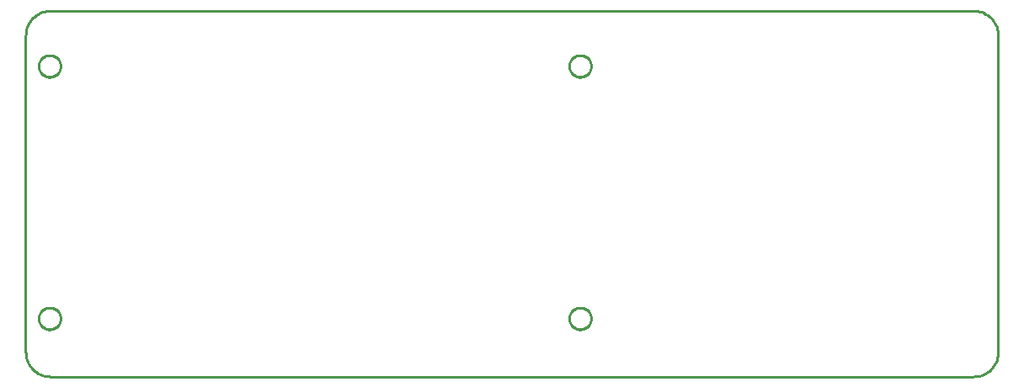
<source format=gbr>
G04 EAGLE Gerber RS-274X export*
G75*
%MOMM*%
%FSLAX34Y34*%
%LPD*%
%IN*%
%IPPOS*%
%AMOC8*
5,1,8,0,0,1.08239X$1,22.5*%
G01*
%ADD10C,0.254000*%


D10*
X0Y25400D02*
X97Y23186D01*
X386Y20989D01*
X865Y18826D01*
X1532Y16713D01*
X2380Y14666D01*
X3403Y12700D01*
X4594Y10831D01*
X5942Y9073D01*
X7440Y7440D01*
X9073Y5942D01*
X10831Y4594D01*
X12700Y3403D01*
X14666Y2380D01*
X16713Y1532D01*
X18826Y865D01*
X20989Y386D01*
X23186Y97D01*
X25400Y0D01*
X952500Y0D01*
X954714Y97D01*
X956911Y386D01*
X959074Y865D01*
X961187Y1532D01*
X963235Y2380D01*
X965200Y3403D01*
X967069Y4594D01*
X968827Y5942D01*
X970461Y7440D01*
X971958Y9073D01*
X973306Y10831D01*
X974497Y12700D01*
X975520Y14666D01*
X976368Y16713D01*
X977035Y18826D01*
X977514Y20989D01*
X977803Y23186D01*
X977900Y25400D01*
X977900Y342900D01*
X977803Y345114D01*
X977514Y347311D01*
X977035Y349474D01*
X976368Y351587D01*
X975520Y353635D01*
X974497Y355600D01*
X973306Y357469D01*
X971958Y359227D01*
X970461Y360861D01*
X968827Y362358D01*
X967069Y363706D01*
X965200Y364897D01*
X963235Y365920D01*
X961187Y366768D01*
X959074Y367435D01*
X956911Y367914D01*
X954714Y368203D01*
X952500Y368300D01*
X25400Y368300D01*
X23186Y368203D01*
X20989Y367914D01*
X18826Y367435D01*
X16713Y366768D01*
X14666Y365920D01*
X12700Y364897D01*
X10831Y363706D01*
X9073Y362358D01*
X7440Y360861D01*
X5942Y359227D01*
X4594Y357469D01*
X3403Y355600D01*
X2380Y353635D01*
X1532Y351587D01*
X865Y349474D01*
X386Y347311D01*
X97Y345114D01*
X0Y342900D01*
X0Y25400D01*
X35130Y311988D02*
X35062Y311126D01*
X34927Y310272D01*
X34725Y309432D01*
X34458Y308610D01*
X34127Y307811D01*
X33735Y307041D01*
X33283Y306304D01*
X32775Y305605D01*
X32214Y304947D01*
X31603Y304336D01*
X30945Y303775D01*
X30246Y303267D01*
X29509Y302815D01*
X28739Y302423D01*
X27940Y302092D01*
X27118Y301825D01*
X26278Y301623D01*
X25424Y301488D01*
X24562Y301420D01*
X23698Y301420D01*
X22836Y301488D01*
X21982Y301623D01*
X21142Y301825D01*
X20320Y302092D01*
X19521Y302423D01*
X18751Y302815D01*
X18014Y303267D01*
X17315Y303775D01*
X16657Y304336D01*
X16046Y304947D01*
X15485Y305605D01*
X14977Y306304D01*
X14525Y307041D01*
X14133Y307811D01*
X13802Y308610D01*
X13535Y309432D01*
X13333Y310272D01*
X13198Y311126D01*
X13130Y311988D01*
X13130Y312852D01*
X13198Y313714D01*
X13333Y314568D01*
X13535Y315408D01*
X13802Y316230D01*
X14133Y317029D01*
X14525Y317799D01*
X14977Y318536D01*
X15485Y319235D01*
X16046Y319893D01*
X16657Y320504D01*
X17315Y321065D01*
X18014Y321573D01*
X18751Y322025D01*
X19521Y322417D01*
X20320Y322748D01*
X21142Y323015D01*
X21982Y323217D01*
X22836Y323352D01*
X23698Y323420D01*
X24562Y323420D01*
X25424Y323352D01*
X26278Y323217D01*
X27118Y323015D01*
X27940Y322748D01*
X28739Y322417D01*
X29509Y322025D01*
X30246Y321573D01*
X30945Y321065D01*
X31603Y320504D01*
X32214Y319893D01*
X32775Y319235D01*
X33283Y318536D01*
X33735Y317799D01*
X34127Y317029D01*
X34458Y316230D01*
X34725Y315408D01*
X34927Y314568D01*
X35062Y313714D01*
X35130Y312852D01*
X35130Y311988D01*
X35130Y57988D02*
X35062Y57126D01*
X34927Y56272D01*
X34725Y55432D01*
X34458Y54610D01*
X34127Y53811D01*
X33735Y53041D01*
X33283Y52304D01*
X32775Y51605D01*
X32214Y50947D01*
X31603Y50336D01*
X30945Y49775D01*
X30246Y49267D01*
X29509Y48815D01*
X28739Y48423D01*
X27940Y48092D01*
X27118Y47825D01*
X26278Y47623D01*
X25424Y47488D01*
X24562Y47420D01*
X23698Y47420D01*
X22836Y47488D01*
X21982Y47623D01*
X21142Y47825D01*
X20320Y48092D01*
X19521Y48423D01*
X18751Y48815D01*
X18014Y49267D01*
X17315Y49775D01*
X16657Y50336D01*
X16046Y50947D01*
X15485Y51605D01*
X14977Y52304D01*
X14525Y53041D01*
X14133Y53811D01*
X13802Y54610D01*
X13535Y55432D01*
X13333Y56272D01*
X13198Y57126D01*
X13130Y57988D01*
X13130Y58852D01*
X13198Y59714D01*
X13333Y60568D01*
X13535Y61408D01*
X13802Y62230D01*
X14133Y63029D01*
X14525Y63799D01*
X14977Y64536D01*
X15485Y65235D01*
X16046Y65893D01*
X16657Y66504D01*
X17315Y67065D01*
X18014Y67573D01*
X18751Y68025D01*
X19521Y68417D01*
X20320Y68748D01*
X21142Y69015D01*
X21982Y69217D01*
X22836Y69352D01*
X23698Y69420D01*
X24562Y69420D01*
X25424Y69352D01*
X26278Y69217D01*
X27118Y69015D01*
X27940Y68748D01*
X28739Y68417D01*
X29509Y68025D01*
X30246Y67573D01*
X30945Y67065D01*
X31603Y66504D01*
X32214Y65893D01*
X32775Y65235D01*
X33283Y64536D01*
X33735Y63799D01*
X34127Y63029D01*
X34458Y62230D01*
X34725Y61408D01*
X34927Y60568D01*
X35062Y59714D01*
X35130Y58852D01*
X35130Y57988D01*
X568530Y57988D02*
X568462Y57126D01*
X568327Y56272D01*
X568125Y55432D01*
X567858Y54610D01*
X567527Y53811D01*
X567135Y53041D01*
X566683Y52304D01*
X566175Y51605D01*
X565614Y50947D01*
X565003Y50336D01*
X564345Y49775D01*
X563646Y49267D01*
X562909Y48815D01*
X562139Y48423D01*
X561340Y48092D01*
X560518Y47825D01*
X559678Y47623D01*
X558824Y47488D01*
X557962Y47420D01*
X557098Y47420D01*
X556236Y47488D01*
X555382Y47623D01*
X554542Y47825D01*
X553720Y48092D01*
X552921Y48423D01*
X552151Y48815D01*
X551414Y49267D01*
X550715Y49775D01*
X550057Y50336D01*
X549446Y50947D01*
X548885Y51605D01*
X548377Y52304D01*
X547925Y53041D01*
X547533Y53811D01*
X547202Y54610D01*
X546935Y55432D01*
X546733Y56272D01*
X546598Y57126D01*
X546530Y57988D01*
X546530Y58852D01*
X546598Y59714D01*
X546733Y60568D01*
X546935Y61408D01*
X547202Y62230D01*
X547533Y63029D01*
X547925Y63799D01*
X548377Y64536D01*
X548885Y65235D01*
X549446Y65893D01*
X550057Y66504D01*
X550715Y67065D01*
X551414Y67573D01*
X552151Y68025D01*
X552921Y68417D01*
X553720Y68748D01*
X554542Y69015D01*
X555382Y69217D01*
X556236Y69352D01*
X557098Y69420D01*
X557962Y69420D01*
X558824Y69352D01*
X559678Y69217D01*
X560518Y69015D01*
X561340Y68748D01*
X562139Y68417D01*
X562909Y68025D01*
X563646Y67573D01*
X564345Y67065D01*
X565003Y66504D01*
X565614Y65893D01*
X566175Y65235D01*
X566683Y64536D01*
X567135Y63799D01*
X567527Y63029D01*
X567858Y62230D01*
X568125Y61408D01*
X568327Y60568D01*
X568462Y59714D01*
X568530Y58852D01*
X568530Y57988D01*
X568530Y311988D02*
X568462Y311126D01*
X568327Y310272D01*
X568125Y309432D01*
X567858Y308610D01*
X567527Y307811D01*
X567135Y307041D01*
X566683Y306304D01*
X566175Y305605D01*
X565614Y304947D01*
X565003Y304336D01*
X564345Y303775D01*
X563646Y303267D01*
X562909Y302815D01*
X562139Y302423D01*
X561340Y302092D01*
X560518Y301825D01*
X559678Y301623D01*
X558824Y301488D01*
X557962Y301420D01*
X557098Y301420D01*
X556236Y301488D01*
X555382Y301623D01*
X554542Y301825D01*
X553720Y302092D01*
X552921Y302423D01*
X552151Y302815D01*
X551414Y303267D01*
X550715Y303775D01*
X550057Y304336D01*
X549446Y304947D01*
X548885Y305605D01*
X548377Y306304D01*
X547925Y307041D01*
X547533Y307811D01*
X547202Y308610D01*
X546935Y309432D01*
X546733Y310272D01*
X546598Y311126D01*
X546530Y311988D01*
X546530Y312852D01*
X546598Y313714D01*
X546733Y314568D01*
X546935Y315408D01*
X547202Y316230D01*
X547533Y317029D01*
X547925Y317799D01*
X548377Y318536D01*
X548885Y319235D01*
X549446Y319893D01*
X550057Y320504D01*
X550715Y321065D01*
X551414Y321573D01*
X552151Y322025D01*
X552921Y322417D01*
X553720Y322748D01*
X554542Y323015D01*
X555382Y323217D01*
X556236Y323352D01*
X557098Y323420D01*
X557962Y323420D01*
X558824Y323352D01*
X559678Y323217D01*
X560518Y323015D01*
X561340Y322748D01*
X562139Y322417D01*
X562909Y322025D01*
X563646Y321573D01*
X564345Y321065D01*
X565003Y320504D01*
X565614Y319893D01*
X566175Y319235D01*
X566683Y318536D01*
X567135Y317799D01*
X567527Y317029D01*
X567858Y316230D01*
X568125Y315408D01*
X568327Y314568D01*
X568462Y313714D01*
X568530Y312852D01*
X568530Y311988D01*
M02*

</source>
